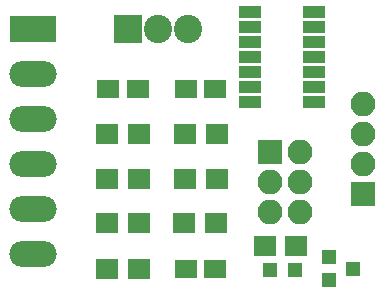
<source format=gbr>
G04 #@! TF.GenerationSoftware,KiCad,Pcbnew,(5.0.0)*
G04 #@! TF.CreationDate,2018-08-07T11:47:38-05:00*
G04 #@! TF.ProjectId,volvo240pcb,766F6C766F3234307063622E6B696361,rev?*
G04 #@! TF.SameCoordinates,Original*
G04 #@! TF.FileFunction,Soldermask,Top*
G04 #@! TF.FilePolarity,Negative*
%FSLAX46Y46*%
G04 Gerber Fmt 4.6, Leading zero omitted, Abs format (unit mm)*
G04 Created by KiCad (PCBNEW (5.0.0)) date 08/07/18 11:47:38*
%MOMM*%
%LPD*%
G01*
G04 APERTURE LIST*
%ADD10R,1.900000X1.650000*%
%ADD11R,1.200000X1.300000*%
%ADD12R,1.900000X1.700000*%
%ADD13R,1.300000X1.200000*%
%ADD14R,4.000000X2.200000*%
%ADD15O,4.000000X2.200000*%
%ADD16R,1.900000X1.000000*%
%ADD17R,2.100000X2.100000*%
%ADD18O,2.100000X2.100000*%
%ADD19R,2.400000X2.400000*%
%ADD20C,2.400000*%
G04 APERTURE END LIST*
D10*
G04 #@! TO.C,C1*
X97770000Y-73660000D03*
X95270000Y-73660000D03*
G04 #@! TD*
G04 #@! TO.C,C2*
X101865000Y-73660000D03*
X104365000Y-73660000D03*
G04 #@! TD*
G04 #@! TO.C,C3*
X104365000Y-88900000D03*
X101865000Y-88900000D03*
G04 #@! TD*
D11*
G04 #@! TO.C,D2*
X111100000Y-89000000D03*
X109000000Y-89000000D03*
G04 #@! TD*
D12*
G04 #@! TO.C,R2*
X101765000Y-81280000D03*
X104465000Y-81280000D03*
G04 #@! TD*
G04 #@! TO.C,R1*
X104465000Y-77470000D03*
X101765000Y-77470000D03*
G04 #@! TD*
G04 #@! TO.C,R3*
X101675000Y-85000000D03*
X104375000Y-85000000D03*
G04 #@! TD*
G04 #@! TO.C,R4*
X97870000Y-77470000D03*
X95170000Y-77470000D03*
G04 #@! TD*
G04 #@! TO.C,R5*
X95170000Y-81280000D03*
X97870000Y-81280000D03*
G04 #@! TD*
G04 #@! TO.C,R6*
X97870000Y-85000000D03*
X95170000Y-85000000D03*
G04 #@! TD*
G04 #@! TO.C,R7*
X95170000Y-88900000D03*
X97870000Y-88900000D03*
G04 #@! TD*
G04 #@! TO.C,R8*
X111225001Y-87000000D03*
X108525001Y-87000000D03*
G04 #@! TD*
D13*
G04 #@! TO.C,D1*
X114000000Y-87950000D03*
X114000000Y-89850000D03*
X116000000Y-88900000D03*
G04 #@! TD*
D14*
G04 #@! TO.C,J1*
X88900000Y-68580000D03*
D15*
X88900000Y-72390000D03*
X88900000Y-76200000D03*
X88900000Y-80010000D03*
X88900000Y-83820000D03*
X88900000Y-87630000D03*
G04 #@! TD*
D16*
G04 #@! TO.C,U2*
X107300000Y-67190000D03*
X107300000Y-68460000D03*
X107300000Y-69730000D03*
X107300000Y-71000000D03*
X107300000Y-72270000D03*
X107300000Y-73540000D03*
X107300000Y-74810000D03*
X112700000Y-74810000D03*
X112700000Y-73540000D03*
X112700000Y-72270000D03*
X112700000Y-71000000D03*
X112700000Y-69730000D03*
X112700000Y-68460000D03*
X112700000Y-67190000D03*
G04 #@! TD*
D17*
G04 #@! TO.C,J2*
X109000000Y-79000000D03*
D18*
X111540000Y-79000000D03*
X109000000Y-81540000D03*
X111540000Y-81540000D03*
X109000000Y-84080000D03*
X111540000Y-84080000D03*
G04 #@! TD*
D17*
G04 #@! TO.C,J3*
X116840000Y-82550000D03*
D18*
X116840000Y-80010000D03*
X116840000Y-77470000D03*
X116840000Y-74930000D03*
G04 #@! TD*
D19*
G04 #@! TO.C,U1*
X97000000Y-68580000D03*
D20*
X99540000Y-68580000D03*
X102080000Y-68580000D03*
G04 #@! TD*
M02*

</source>
